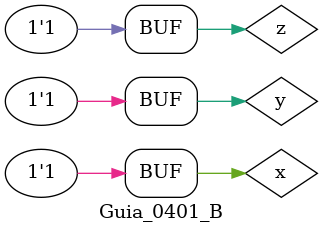
<source format=v>
/**
 * @file Guia_0401_B.v
 * @author 784778 - Wallace Freitas Oliveira (https://github.com/Olivwallace)
 * @brief Guia 04 Exercicio 01 - Arquitetura de Computadores I (PUC-Minas 1°/2023)
 * @date 03-03-2023
 */

`timescale 1ps/1ps
 `include "Guia_0401.v"

 module Guia_0401_B;
    reg x, y, z;
    wire s1;

    //Instanciamento
    QuestaoB QUESTAOB (s1, x, y, z);

    //Inicializacao de Valores
    initial begin
        x = 1'b0; y = 1'b0; z = 1'b0;
    end

    //Principal
    initial begin : main
        
        
        $display("Teste Guia_0401 - Expressao Booleana - B");
        
        //Questao B;
        $display("\nb) ( x +y' )' . z' = S\n");
        
        //Monitoramento
        $display(" x  y  z |  S");
        $monitor("%2b %2b %2b | %2b", x, y, z, s1);


        //Sinalizacao
        #1 x=0; y=0; z=0; //0
        #1 x=0; y=0; z=1; //1
        #1 x=0; y=1; z=0; //2
        #1 x=0; y=1; z=1; //3
        #1 x=1; y=0; z=0; //4
        #1 x=1; y=0; z=1; //5
        #1 x=1; y=1; z=0; //6
        #1 x=1; y=1; z=1; //7
    end

 endmodule
</source>
